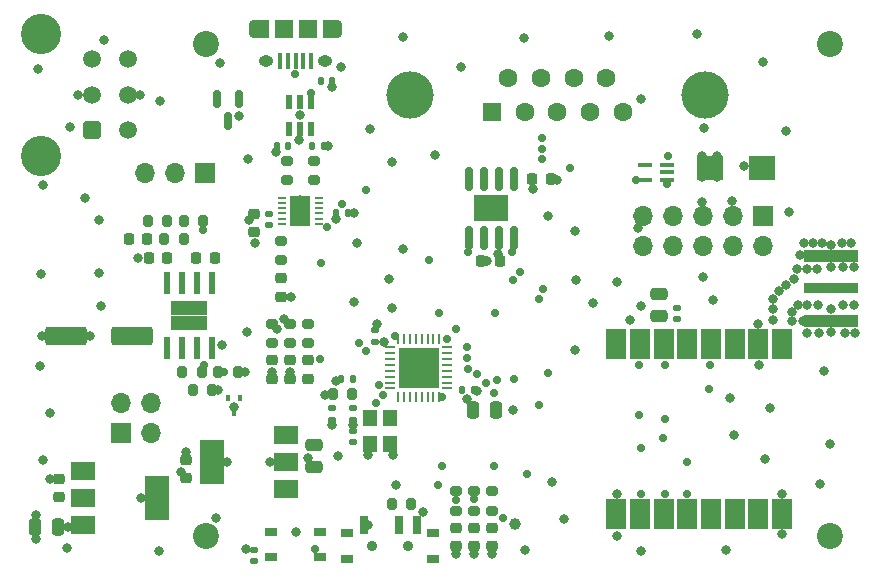
<source format=gbr>
%TF.GenerationSoftware,KiCad,Pcbnew,7.0.6*%
%TF.CreationDate,2023-10-07T21:02:09-06:00*%
%TF.ProjectId,CAN-USB RF Module,43414e2d-5553-4422-9052-46204d6f6475,2.0*%
%TF.SameCoordinates,Original*%
%TF.FileFunction,Soldermask,Top*%
%TF.FilePolarity,Negative*%
%FSLAX46Y46*%
G04 Gerber Fmt 4.6, Leading zero omitted, Abs format (unit mm)*
G04 Created by KiCad (PCBNEW 7.0.6) date 2023-10-07 21:02:09*
%MOMM*%
%LPD*%
G01*
G04 APERTURE LIST*
G04 Aperture macros list*
%AMRoundRect*
0 Rectangle with rounded corners*
0 $1 Rounding radius*
0 $2 $3 $4 $5 $6 $7 $8 $9 X,Y pos of 4 corners*
0 Add a 4 corners polygon primitive as box body*
4,1,4,$2,$3,$4,$5,$6,$7,$8,$9,$2,$3,0*
0 Add four circle primitives for the rounded corners*
1,1,$1+$1,$2,$3*
1,1,$1+$1,$4,$5*
1,1,$1+$1,$6,$7*
1,1,$1+$1,$8,$9*
0 Add four rect primitives between the rounded corners*
20,1,$1+$1,$2,$3,$4,$5,0*
20,1,$1+$1,$4,$5,$6,$7,0*
20,1,$1+$1,$6,$7,$8,$9,0*
20,1,$1+$1,$8,$9,$2,$3,0*%
G04 Aperture macros list end*
%ADD10RoundRect,0.250000X-0.475000X0.250000X-0.475000X-0.250000X0.475000X-0.250000X0.475000X0.250000X0*%
%ADD11RoundRect,0.140000X0.170000X-0.140000X0.170000X0.140000X-0.170000X0.140000X-0.170000X-0.140000X0*%
%ADD12RoundRect,0.200000X-0.200000X-0.275000X0.200000X-0.275000X0.200000X0.275000X-0.200000X0.275000X0*%
%ADD13RoundRect,0.218750X0.256250X-0.218750X0.256250X0.218750X-0.256250X0.218750X-0.256250X-0.218750X0*%
%ADD14RoundRect,0.200000X0.275000X-0.200000X0.275000X0.200000X-0.275000X0.200000X-0.275000X-0.200000X0*%
%ADD15C,2.200000*%
%ADD16C,1.000000*%
%ADD17R,2.000000X1.500000*%
%ADD18R,2.000000X3.800000*%
%ADD19RoundRect,0.218750X-0.218750X-0.256250X0.218750X-0.256250X0.218750X0.256250X-0.218750X0.256250X0*%
%ADD20R,1.200000X1.400000*%
%ADD21RoundRect,0.200000X-0.275000X0.200000X-0.275000X-0.200000X0.275000X-0.200000X0.275000X0.200000X0*%
%ADD22RoundRect,0.200000X0.200000X0.275000X-0.200000X0.275000X-0.200000X-0.275000X0.200000X-0.275000X0*%
%ADD23RoundRect,0.140000X-0.170000X0.140000X-0.170000X-0.140000X0.170000X-0.140000X0.170000X0.140000X0*%
%ADD24RoundRect,0.140000X-0.140000X-0.170000X0.140000X-0.170000X0.140000X0.170000X-0.140000X0.170000X0*%
%ADD25RoundRect,0.225000X-0.250000X0.225000X-0.250000X-0.225000X0.250000X-0.225000X0.250000X0.225000X0*%
%ADD26RoundRect,0.250000X1.500000X0.550000X-1.500000X0.550000X-1.500000X-0.550000X1.500000X-0.550000X0*%
%ADD27RoundRect,0.225000X-0.225000X-0.250000X0.225000X-0.250000X0.225000X0.250000X-0.225000X0.250000X0*%
%ADD28R,1.700000X1.700000*%
%ADD29O,1.700000X1.700000*%
%ADD30C,4.000000*%
%ADD31R,1.600000X1.600000*%
%ADD32C,1.600000*%
%ADD33R,0.400000X1.350000*%
%ADD34O,0.890000X1.550000*%
%ADD35R,1.200000X1.550000*%
%ADD36O,1.250000X0.950000*%
%ADD37R,1.500000X1.550000*%
%ADD38RoundRect,0.225000X0.225000X0.250000X-0.225000X0.250000X-0.225000X-0.250000X0.225000X-0.250000X0*%
%ADD39R,2.200000X2.150000*%
%ADD40R,1.000000X0.800000*%
%ADD41C,0.900000*%
%ADD42R,0.700000X1.500000*%
%ADD43RoundRect,0.250000X0.250000X0.475000X-0.250000X0.475000X-0.250000X-0.475000X0.250000X-0.475000X0*%
%ADD44R,4.560000X0.850000*%
%ADD45R,4.560000X1.000000*%
%ADD46R,1.200000X0.400000*%
%ADD47RoundRect,0.250001X0.499999X-0.499999X0.499999X0.499999X-0.499999X0.499999X-0.499999X-0.499999X0*%
%ADD48C,1.500000*%
%ADD49C,3.410000*%
%ADD50RoundRect,0.218750X-0.256250X0.218750X-0.256250X-0.218750X0.256250X-0.218750X0.256250X0.218750X0*%
%ADD51RoundRect,0.250000X-0.250000X-0.475000X0.250000X-0.475000X0.250000X0.475000X-0.250000X0.475000X0*%
%ADD52R,0.600000X1.200000*%
%ADD53R,1.800000X2.600000*%
%ADD54RoundRect,0.150000X0.150000X-0.825000X0.150000X0.825000X-0.150000X0.825000X-0.150000X-0.825000X0*%
%ADD55R,3.000000X2.290000*%
%ADD56RoundRect,0.140000X0.140000X0.170000X-0.140000X0.170000X-0.140000X-0.170000X0.140000X-0.170000X0*%
%ADD57RoundRect,0.225000X0.250000X-0.225000X0.250000X0.225000X-0.250000X0.225000X-0.250000X-0.225000X0*%
%ADD58RoundRect,0.062500X-0.375000X-0.062500X0.375000X-0.062500X0.375000X0.062500X-0.375000X0.062500X0*%
%ADD59RoundRect,0.062500X-0.062500X-0.375000X0.062500X-0.375000X0.062500X0.375000X-0.062500X0.375000X0*%
%ADD60R,3.450000X3.450000*%
%ADD61R,1.050000X0.650000*%
%ADD62R,0.610000X1.910000*%
%ADD63R,1.550000X1.205000*%
%ADD64RoundRect,0.150000X-0.150000X0.587500X-0.150000X-0.587500X0.150000X-0.587500X0.150000X0.587500X0*%
%ADD65R,0.650000X0.250000*%
%ADD66R,1.700000X2.500000*%
%ADD67R,0.400000X0.510000*%
%ADD68C,0.800000*%
%ADD69C,0.700000*%
G04 APERTURE END LIST*
D10*
%TO.C,C23*%
X152908000Y-95062000D03*
X152908000Y-96962000D03*
%TD*%
D11*
%TO.C,C22*%
X154432000Y-97254000D03*
X154432000Y-96294000D03*
%TD*%
D12*
%TO.C,R9*%
X113475000Y-103251000D03*
X115125000Y-103251000D03*
%TD*%
D13*
%TO.C,D7*%
X120142000Y-102260500D03*
X120142000Y-100685500D03*
%TD*%
D14*
%TO.C,R15*%
X123712000Y-85453000D03*
X123712000Y-83803000D03*
%TD*%
D15*
%TO.C,H2*%
X167386000Y-115570000D03*
%TD*%
D16*
%TO.C,TP1*%
X140716000Y-114554000D03*
%TD*%
D17*
%TO.C,U5*%
X104164600Y-110095000D03*
X104164600Y-112395000D03*
D18*
X110464600Y-112395000D03*
D17*
X104164600Y-114695000D03*
%TD*%
D12*
%TO.C,R7*%
X112713000Y-88900000D03*
X114363000Y-88900000D03*
%TD*%
D19*
%TO.C,D5*%
X108051500Y-90424000D03*
X109626500Y-90424000D03*
%TD*%
D20*
%TO.C,U1*%
X130136000Y-107780000D03*
X130136000Y-105580000D03*
X128436000Y-105580000D03*
X128436000Y-107780000D03*
%TD*%
D21*
%TO.C,R12*%
X120142000Y-97600000D03*
X120142000Y-99250000D03*
%TD*%
D22*
%TO.C,R10*%
X114236000Y-101727000D03*
X112586000Y-101727000D03*
%TD*%
%TO.C,FB1*%
X126967500Y-103604000D03*
X125317500Y-103604000D03*
%TD*%
D23*
%TO.C,C1*%
X118618000Y-116741000D03*
X118618000Y-117701000D03*
%TD*%
D24*
%TO.C,C19*%
X120565000Y-82550000D03*
X121525000Y-82550000D03*
%TD*%
D10*
%TO.C,C14*%
X123698000Y-107889000D03*
X123698000Y-109789000D03*
%TD*%
D15*
%TO.C,H3*%
X114554000Y-73914000D03*
%TD*%
D25*
%TO.C,C13*%
X112903000Y-109156200D03*
X112903000Y-110706200D03*
%TD*%
D26*
%TO.C,C10*%
X108337000Y-98679000D03*
X102737000Y-98679000D03*
%TD*%
D21*
%TO.C,R11*%
X123190000Y-97600000D03*
X123190000Y-99250000D03*
%TD*%
%TO.C,R13*%
X121666000Y-97600000D03*
X121666000Y-99250000D03*
%TD*%
D13*
%TO.C,D6*%
X123190000Y-102260500D03*
X123190000Y-100685500D03*
%TD*%
D25*
%TO.C,C16*%
X118632000Y-88298000D03*
X118632000Y-89848000D03*
%TD*%
D13*
%TO.C,D2*%
X137287000Y-116465750D03*
X137287000Y-114890750D03*
%TD*%
D24*
%TO.C,C15*%
X125631000Y-88265000D03*
X126591000Y-88265000D03*
%TD*%
D13*
%TO.C,D3*%
X138811000Y-116465750D03*
X138811000Y-114890750D03*
%TD*%
D27*
%TO.C,C45*%
X137909000Y-92329000D03*
X139459000Y-92329000D03*
%TD*%
D23*
%TO.C,C17*%
X119902000Y-88311000D03*
X119902000Y-89271000D03*
%TD*%
%TO.C,C5*%
X127000000Y-106708000D03*
X127000000Y-107668000D03*
%TD*%
D28*
%TO.C,J3*%
X107391200Y-106857800D03*
D29*
X107391200Y-104317800D03*
X109931200Y-106857800D03*
X109931200Y-104317800D03*
%TD*%
D30*
%TO.C,J6*%
X156826000Y-78232000D03*
X131826000Y-78232000D03*
D31*
X138786000Y-79652000D03*
D32*
X141556000Y-79652000D03*
X144326000Y-79652000D03*
X147096000Y-79652000D03*
X149866000Y-79652000D03*
X140171000Y-76812000D03*
X142941000Y-76812000D03*
X145711000Y-76812000D03*
X148481000Y-76812000D03*
%TD*%
D33*
%TO.C,J4*%
X123490000Y-75344000D03*
X122840000Y-75344000D03*
X122190000Y-75344000D03*
X121540000Y-75344000D03*
X120890000Y-75344000D03*
D34*
X125690000Y-72644000D03*
D35*
X125090000Y-72644000D03*
D36*
X124690000Y-75344000D03*
D37*
X123190000Y-72644000D03*
X121190000Y-72644000D03*
D36*
X119690000Y-75344000D03*
D35*
X119290000Y-72644000D03*
D34*
X118690000Y-72644000D03*
%TD*%
D38*
%TO.C,C46*%
X143777000Y-85344000D03*
X142227000Y-85344000D03*
%TD*%
D39*
%TO.C,D4*%
X161680000Y-84423500D03*
X157280000Y-84423500D03*
%TD*%
D14*
%TO.C,R16*%
X121426000Y-85453000D03*
X121426000Y-83803000D03*
%TD*%
D40*
%TO.C,SW2*%
X126525000Y-115298000D03*
X126525000Y-117508000D03*
D41*
X128675000Y-116408000D03*
X131675000Y-116408000D03*
D40*
X133825000Y-115298000D03*
X133825000Y-117508000D03*
D42*
X127925000Y-114648000D03*
X130925000Y-114648000D03*
X132425000Y-114648000D03*
%TD*%
D43*
%TO.C,C12*%
X102042000Y-114808000D03*
X100142000Y-114808000D03*
%TD*%
D14*
%TO.C,R2*%
X135763000Y-113455250D03*
X135763000Y-111805250D03*
%TD*%
D44*
%TO.C,J5*%
X167499500Y-94612250D03*
D45*
X167499500Y-97382250D03*
X167499500Y-91842250D03*
%TD*%
D46*
%TO.C,IC1*%
X153638000Y-85439500D03*
X153638000Y-84789500D03*
X153638000Y-84139500D03*
X151738000Y-84139500D03*
X151738000Y-85439500D03*
%TD*%
D47*
%TO.C,J2*%
X104947000Y-81232000D03*
D48*
X104947000Y-78232000D03*
X104947000Y-75232000D03*
X107947000Y-81232000D03*
X107947000Y-78232000D03*
X107947000Y-75232000D03*
D49*
X100627000Y-83382000D03*
X100627000Y-73082000D03*
%TD*%
D50*
%TO.C,D9*%
X120918000Y-93746500D03*
X120918000Y-95321500D03*
%TD*%
D12*
%TO.C,R8*%
X115634000Y-101727000D03*
X117284000Y-101727000D03*
%TD*%
D14*
%TO.C,R4*%
X138811000Y-113455250D03*
X138811000Y-111805250D03*
%TD*%
D17*
%TO.C,U6*%
X121387000Y-111647000D03*
X121387000Y-109347000D03*
D18*
X115087000Y-109347000D03*
D17*
X121387000Y-107047000D03*
%TD*%
D13*
%TO.C,D1*%
X135763000Y-116465750D03*
X135763000Y-114890750D03*
%TD*%
D22*
%TO.C,R5*%
X111315000Y-88900000D03*
X109665000Y-88900000D03*
%TD*%
D51*
%TO.C,C2*%
X137226000Y-104902000D03*
X139126000Y-104902000D03*
%TD*%
D52*
%TO.C,D10*%
X121619000Y-81160000D03*
X122569000Y-81160000D03*
X123519000Y-81160000D03*
X123519000Y-78860000D03*
X122569000Y-78860000D03*
X121619000Y-78860000D03*
%TD*%
D14*
%TO.C,R3*%
X137287000Y-113455250D03*
X137287000Y-111805250D03*
%TD*%
D28*
%TO.C,J1*%
X161766000Y-88487500D03*
D29*
X161766000Y-91027500D03*
X159226000Y-88487500D03*
X159226000Y-91027500D03*
X156686000Y-88487500D03*
X156686000Y-91027500D03*
X154146000Y-88487500D03*
X154146000Y-91027500D03*
X151606000Y-88487500D03*
X151606000Y-91027500D03*
%TD*%
D11*
%TO.C,C3*%
X128936500Y-99131000D03*
X128936500Y-98171000D03*
%TD*%
D27*
%TO.C,C21*%
X113779000Y-92075000D03*
X115329000Y-92075000D03*
%TD*%
D23*
%TO.C,C8*%
X125253500Y-104775000D03*
X125253500Y-105735000D03*
%TD*%
D28*
%TO.C,JP1*%
X114539000Y-84836000D03*
D29*
X111999000Y-84836000D03*
X109459000Y-84836000D03*
%TD*%
D53*
%TO.C,MOD1*%
X149337000Y-113753000D03*
X151337000Y-113753000D03*
X153337000Y-113753000D03*
X155337000Y-113753000D03*
X157337000Y-113753000D03*
X159337000Y-113753000D03*
X161337000Y-113753000D03*
X163337000Y-113753000D03*
X163337000Y-99353000D03*
X161337000Y-99353000D03*
X159337000Y-99353000D03*
X157337000Y-99353000D03*
X155337000Y-99353000D03*
X153337000Y-99353000D03*
X151337000Y-99353000D03*
X149337000Y-99353000D03*
%TD*%
D54*
%TO.C,U10*%
X136835000Y-90333000D03*
X138105000Y-90333000D03*
X139375000Y-90333000D03*
X140645000Y-90333000D03*
X140645000Y-85383000D03*
X139375000Y-85383000D03*
X138105000Y-85383000D03*
X136835000Y-85383000D03*
D55*
X138740000Y-87858000D03*
%TD*%
D56*
%TO.C,C20*%
X125293000Y-77089000D03*
X124333000Y-77089000D03*
%TD*%
D57*
%TO.C,C11*%
X102108000Y-112281000D03*
X102108000Y-110731000D03*
%TD*%
D58*
%TO.C,U2*%
X130157500Y-99596000D03*
X130157500Y-100096000D03*
X130157500Y-100596000D03*
X130157500Y-101096000D03*
X130157500Y-101596000D03*
X130157500Y-102096000D03*
X130157500Y-102596000D03*
X130157500Y-103096000D03*
D59*
X130845000Y-103783500D03*
X131345000Y-103783500D03*
X131845000Y-103783500D03*
X132345000Y-103783500D03*
X132845000Y-103783500D03*
X133345000Y-103783500D03*
X133845000Y-103783500D03*
X134345000Y-103783500D03*
D58*
X135032500Y-103096000D03*
X135032500Y-102596000D03*
X135032500Y-102096000D03*
X135032500Y-101596000D03*
X135032500Y-101096000D03*
X135032500Y-100596000D03*
X135032500Y-100096000D03*
X135032500Y-99596000D03*
D59*
X134345000Y-98908500D03*
X133845000Y-98908500D03*
X133345000Y-98908500D03*
X132845000Y-98908500D03*
X132345000Y-98908500D03*
X131845000Y-98908500D03*
X131345000Y-98908500D03*
X130845000Y-98908500D03*
D60*
X132595000Y-101346000D03*
%TD*%
D15*
%TO.C,H4*%
X114554000Y-115570000D03*
%TD*%
D61*
%TO.C,SW1*%
X120127202Y-115257000D03*
X124277202Y-115257000D03*
X120127202Y-117407000D03*
X124277202Y-117407000D03*
%TD*%
D15*
%TO.C,H1*%
X167386000Y-73914000D03*
%TD*%
D23*
%TO.C,C7*%
X127031500Y-104775000D03*
X127031500Y-105735000D03*
%TD*%
D62*
%TO.C,U3*%
X115062000Y-94135000D03*
X113792000Y-94135000D03*
X112522000Y-94135000D03*
X111252000Y-94135000D03*
X111252000Y-99695000D03*
X112522000Y-99695000D03*
X113792000Y-99695000D03*
X115062000Y-99695000D03*
D63*
X113932000Y-96312500D03*
X112382000Y-96312500D03*
X113932000Y-97517500D03*
X112382000Y-97517500D03*
%TD*%
D64*
%TO.C,U4*%
X117409000Y-78564500D03*
X115509000Y-78564500D03*
X116459000Y-80439500D03*
%TD*%
D56*
%TO.C,C6*%
X127003500Y-102334000D03*
X126043500Y-102334000D03*
%TD*%
D38*
%TO.C,C9*%
X111278000Y-92075000D03*
X109728000Y-92075000D03*
%TD*%
D56*
%TO.C,C18*%
X124547000Y-82550000D03*
X123587000Y-82550000D03*
%TD*%
D12*
%TO.C,R1*%
X130302000Y-112903000D03*
X131952000Y-112903000D03*
%TD*%
D65*
%TO.C,U7*%
X121019000Y-86932000D03*
X121019000Y-87382000D03*
X121019000Y-87832000D03*
X121019000Y-88282000D03*
X121019000Y-88732000D03*
X121019000Y-89182000D03*
X124119000Y-89182000D03*
X124119000Y-88732000D03*
X124119000Y-88282000D03*
X124119000Y-87832000D03*
X124119000Y-87382000D03*
X124119000Y-86932000D03*
D66*
X122569000Y-88057000D03*
%TD*%
D21*
%TO.C,R14*%
X120918000Y-90598000D03*
X120918000Y-92248000D03*
%TD*%
D67*
%TO.C,Q1*%
X117467000Y-103876000D03*
X116467000Y-103876000D03*
X116967000Y-105166000D03*
%TD*%
D24*
%TO.C,C4*%
X136299000Y-103251000D03*
X137259000Y-103251000D03*
%TD*%
D13*
%TO.C,D8*%
X121666000Y-102260500D03*
X121666000Y-100685500D03*
%TD*%
D22*
%TO.C,R6*%
X112712000Y-90424000D03*
X111062000Y-90424000D03*
%TD*%
D68*
X118172649Y-83702481D03*
X166915221Y-101637254D03*
X140591000Y-104902000D03*
X125614300Y-102504051D03*
X122503000Y-82042000D03*
X108839000Y-92075000D03*
X103632000Y-109982000D03*
X161290000Y-97663000D03*
X168529000Y-96012000D03*
X118714625Y-90823081D03*
X125722882Y-108832240D03*
X147320000Y-95885000D03*
X144907000Y-114173000D03*
X136176711Y-75872846D03*
X157842877Y-83447000D03*
X165100000Y-97382250D03*
X163982935Y-88189075D03*
X101346000Y-110744000D03*
X156689443Y-93700460D03*
X159099000Y-87217500D03*
X165989000Y-90805000D03*
X157480000Y-95631000D03*
X124931500Y-82550000D03*
X121666000Y-101722500D03*
X103061494Y-80929222D03*
D69*
X134585899Y-103834135D03*
D68*
X166330503Y-92964000D03*
X138811000Y-117094000D03*
X143910398Y-111035150D03*
X100203000Y-115824000D03*
X149352000Y-94107000D03*
X138409500Y-92329000D03*
X120142000Y-101722500D03*
X165481000Y-92964000D03*
X168529000Y-92837000D03*
X162560000Y-95504000D03*
X115749048Y-75547243D03*
X138684000Y-88519000D03*
X104340000Y-86995000D03*
X158633141Y-116760954D03*
X151399571Y-116841428D03*
X133936982Y-83316425D03*
X100711000Y-98679000D03*
X105679426Y-96136440D03*
X117856000Y-101727000D03*
X159258000Y-107061000D03*
X162560000Y-96393000D03*
X129032000Y-97663000D03*
X137522548Y-103320500D03*
X100746655Y-109159931D03*
X122174000Y-115257000D03*
X110584406Y-116841663D03*
X115462850Y-114074267D03*
X169418000Y-96012000D03*
X131476500Y-100175000D03*
X131476500Y-102588000D03*
X130048000Y-93853000D03*
X161787756Y-75483293D03*
X104648000Y-110236000D03*
X164211000Y-97409000D03*
X156166098Y-73121614D03*
X127381000Y-90805000D03*
X110713412Y-78771309D03*
X126040977Y-75910635D03*
X128456175Y-81152810D03*
X162306000Y-104775000D03*
X167386000Y-107823000D03*
X151155500Y-89503500D03*
X166370000Y-96012000D03*
X144309500Y-85433500D03*
X130302000Y-96266000D03*
X103787500Y-78232000D03*
X102792512Y-116624034D03*
X127089500Y-88265000D03*
X132520500Y-101445000D03*
X115570000Y-103251000D03*
X164338000Y-93853000D03*
X100357649Y-76092560D03*
X125222000Y-77597000D03*
X105529027Y-88808401D03*
X120486500Y-83104000D03*
X137795000Y-87249000D03*
X121793000Y-111887000D03*
X116967443Y-104650295D03*
X164719000Y-96012000D03*
X113919000Y-96393000D03*
X169418000Y-92837000D03*
X108966000Y-78232000D03*
X105537000Y-93345000D03*
X163703000Y-94361000D03*
X141544011Y-73391267D03*
X131496500Y-101420500D03*
X133635500Y-102588000D03*
X167513000Y-98298000D03*
X128270000Y-114681000D03*
X167513000Y-90932000D03*
X100560196Y-101205748D03*
X156709668Y-81036868D03*
X166553301Y-111151615D03*
X135763000Y-117094000D03*
X132492500Y-102588000D03*
X127000000Y-106172000D03*
X112506942Y-110192661D03*
X156559000Y-87344500D03*
X164211000Y-96647000D03*
X149352000Y-115570000D03*
X120904000Y-111379000D03*
X167513000Y-96393000D03*
X127127000Y-95758000D03*
X163322000Y-112014000D03*
X122569000Y-88057000D03*
X101346000Y-105156000D03*
X168656000Y-98425000D03*
X122569000Y-88950800D03*
X130302000Y-83947000D03*
X137287000Y-117094000D03*
X156559000Y-83407500D03*
X156559000Y-85185500D03*
X131271774Y-73355145D03*
X164846000Y-91821000D03*
X163322000Y-115443000D03*
X165481000Y-98425000D03*
D69*
X130585750Y-98649250D03*
D68*
X133635500Y-100175000D03*
X100753311Y-85869374D03*
X125222000Y-106172000D03*
X169545000Y-98425000D03*
X162560000Y-97282000D03*
X118066963Y-98335854D03*
X123241175Y-108988500D03*
X104775000Y-98679000D03*
X105960676Y-73589999D03*
X112395000Y-97536000D03*
X166497000Y-98425000D03*
X145796000Y-89789000D03*
X145796000Y-99822000D03*
X157829000Y-85185500D03*
X139700000Y-87249000D03*
X165227000Y-90805000D03*
X143568067Y-88498675D03*
X149352000Y-112014000D03*
X167513000Y-92837000D03*
X151403079Y-96148352D03*
X145945777Y-93909134D03*
X169164000Y-90805000D03*
X148719472Y-73252264D03*
X132492500Y-100175000D03*
X165481000Y-96012000D03*
X122580400Y-87172800D03*
X113919000Y-97536000D03*
X163068000Y-94869000D03*
X158988485Y-103865164D03*
X164592000Y-92964000D03*
X166751000Y-90805000D03*
X130709990Y-111309692D03*
X112395000Y-96393000D03*
X141595776Y-116755204D03*
X133655500Y-101420500D03*
X151397821Y-78581194D03*
X168402000Y-90805000D03*
X100596812Y-93438465D03*
X100203000Y-113792000D03*
X131257507Y-91279443D03*
X117983000Y-116731298D03*
X161885887Y-109040054D03*
X161417000Y-101092000D03*
X163732288Y-81311950D03*
D69*
X143002000Y-81893994D03*
X133477000Y-92202000D03*
X124214500Y-100584000D03*
X124293500Y-92456000D03*
X153670000Y-83389998D03*
X123825000Y-116713000D03*
X153638000Y-85820500D03*
D68*
X142240000Y-86233000D03*
X109093000Y-112395000D03*
X132969000Y-113538000D03*
X120618000Y-98076000D03*
X160115000Y-84296500D03*
X125603000Y-88773000D03*
X121793000Y-95377000D03*
X130429000Y-108712000D03*
X128270000Y-108712000D03*
X129650616Y-99170616D03*
X124690175Y-103632000D03*
X150495000Y-97282000D03*
X136653583Y-104013000D03*
X121412000Y-109347000D03*
X118187094Y-88821868D03*
X139336852Y-91698852D03*
X116332000Y-109347000D03*
X120015000Y-109347000D03*
X121194017Y-97211729D03*
X112903000Y-108458000D03*
D69*
X141192965Y-93225918D03*
X141732000Y-110363000D03*
X128143000Y-86308000D03*
X127520444Y-99261556D03*
X129558500Y-103659591D03*
X126064219Y-87470954D03*
X124841000Y-89408000D03*
X128943457Y-104330498D03*
X155321000Y-109347000D03*
X155321000Y-112014000D03*
X151384000Y-112014000D03*
X151384000Y-108164500D03*
X153416000Y-112014000D03*
X153289000Y-107315000D03*
X153416000Y-101092000D03*
X153416000Y-105664000D03*
X151257000Y-105322500D03*
X151257000Y-101092000D03*
X136720933Y-100523874D03*
X140500700Y-91559602D03*
X136652000Y-99568000D03*
X136779000Y-91567000D03*
X142792230Y-95536580D03*
X142792465Y-104473500D03*
X143129000Y-94702500D03*
X143510000Y-101830500D03*
X140629000Y-102330500D03*
X140589000Y-93892500D03*
X134326500Y-96686500D03*
X143002000Y-82793497D03*
X143002000Y-83693000D03*
X135019500Y-98933000D03*
X145415000Y-84455000D03*
X135763000Y-98044000D03*
X151003000Y-85439500D03*
D68*
X102870000Y-114808000D03*
X122569000Y-79960000D03*
X117409000Y-80010000D03*
D69*
X135763000Y-112505750D03*
X136779000Y-101421500D03*
X137541000Y-101912713D03*
X137287000Y-112477750D03*
X129230106Y-102770050D03*
X134239000Y-111289500D03*
X116078000Y-101727000D03*
X114300000Y-89662000D03*
D68*
X115966502Y-99441000D03*
D69*
X114387500Y-101116100D03*
X157138500Y-103124000D03*
X157226000Y-101092000D03*
X139065000Y-96686500D03*
X139183909Y-102414056D03*
X128142500Y-99921875D03*
X138977500Y-109690500D03*
X138977500Y-103505000D03*
X134569200Y-109690500D03*
X138303000Y-102596000D03*
X139718314Y-114057655D03*
X123519000Y-78105000D03*
X122090500Y-76472687D03*
M02*

</source>
